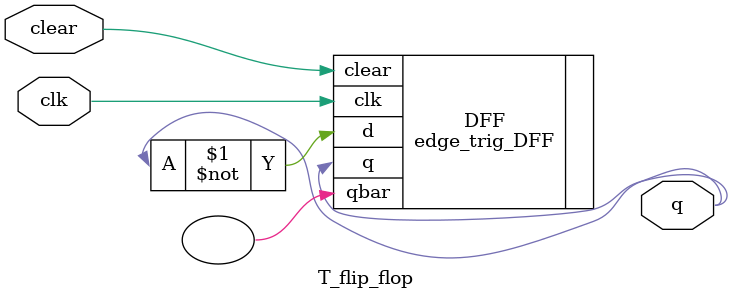
<source format=v>


module T_flip_flop(
input clk, clear, 
output q
    );
    
    edge_trig_DFF DFF(.clk(clk), .q(q), .qbar(), .d(~q), .clear(clear));
    
endmodule

</source>
